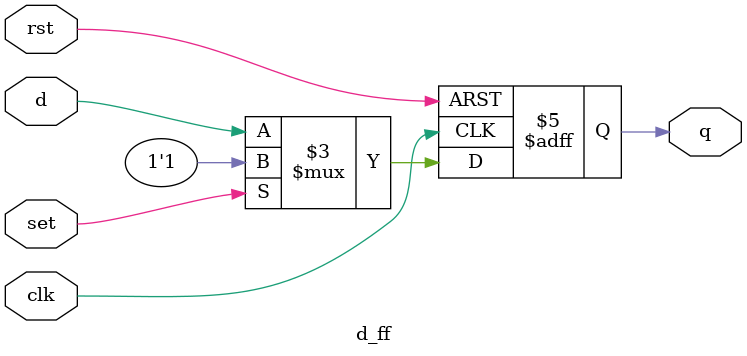
<source format=v>

module d_ff ( d,clk,q,rst,set);
input clk,d,rst,set;
output reg q;

always @(posedge clk or posedge rst)
begin
   if(rst)
     q<=0;
   else if(set)
     q<=1;
   else
     q<=d;
     
end

endmodule 
</source>
